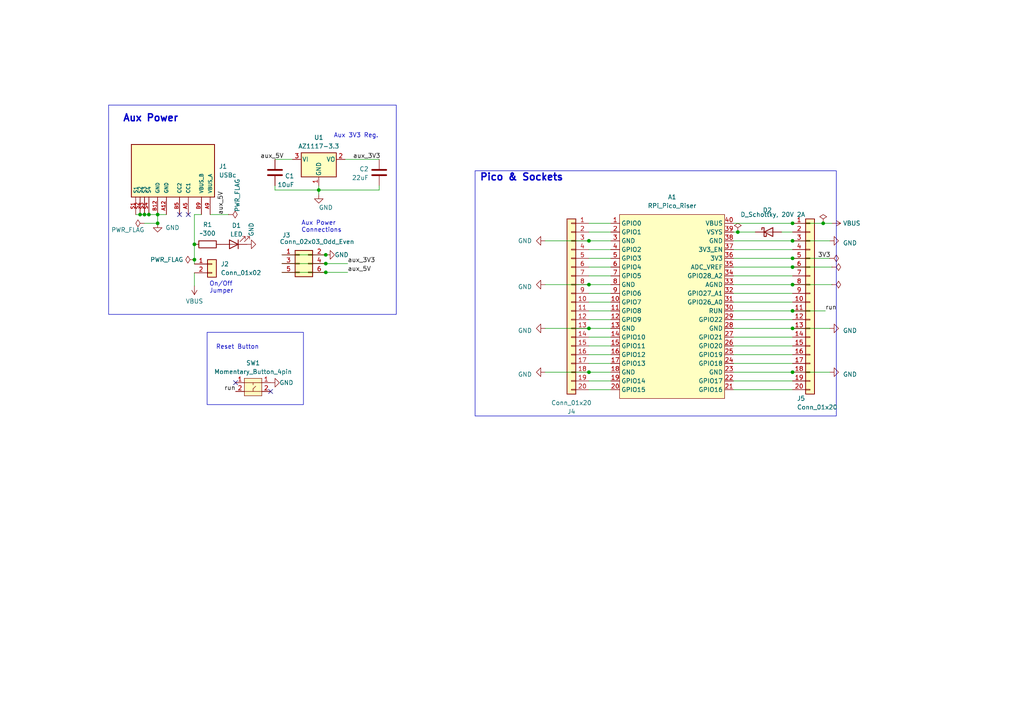
<source format=kicad_sch>
(kicad_sch (version 20230121) (generator eeschema)
  (paper "A4")
  (lib_symbols
    (symbol "0_Thomas_Symbols:Momentary_Button_4pin"
      (property "Reference" "SW" (at 0 -3.81 0))
      (property "Value" "Momentary_Button_4pin" (at 1.27 3.81 0))
      (symbol "Momentary_Button_4pin_0_1"
        (polyline (pts (xy 0 -0.508) (xy 0.762 0.254)))
      )
      (symbol "Momentary_Button_4pin_1_1"
        (rectangle (start -2.54 2.54) (end 2.54 -2.54) (fill (type background)))
        (polyline (pts (xy -2.54 1.27) (xy 2.54 1.27)))
        (polyline (pts (xy 0 0.635) (xy 0 1.27)))
        (polyline (pts (xy -2.54 -1.27) (xy 2.54 -1.27) (xy 0 -1.27) (xy 0 -0.508)))
        (pin passive line (at -5.08 1.27 0) (length 2.54) (name "") (number "1"))
        (pin passive line (at 5.08 1.27 180) (length 2.54) (name "") (number "1"))
        (pin passive line (at -5.08 -1.27 0) (length 2.54) (name "") (number "2"))
        (pin passive line (at 5.08 -1.27 180) (length 2.54) (name "") (number "2"))
      )
    )
    (symbol "0_Thomas_Symbols:RPi_Pico_Riser"
      (property "Reference" "A" (at 0 26.67 0))
      (property "Value" "RPi_Pico_Riser" (at 0 1.27 90))
      (symbol "RPi_Pico_Riser_0_1"
        (rectangle (start -13.97 25.4) (end 16.51 -27.94) (fill (type background)))
      )
      (symbol "RPi_Pico_Riser_1_1"
        (pin bidirectional line (at -16.51 22.86 0) (length 2.54) (name "GPIO0") (number "1"))
        (pin bidirectional line (at -16.51 0 0) (length 2.54) (name "GPIO7") (number "10"))
        (pin bidirectional line (at -16.51 -2.54 0) (length 2.54) (name "GPIO8") (number "11"))
        (pin bidirectional line (at -16.51 -5.08 0) (length 2.54) (name "GPIO9") (number "12"))
        (pin power_in line (at -16.51 -7.62 0) (length 2.54) (name "GND") (number "13"))
        (pin bidirectional line (at -16.51 -10.16 0) (length 2.54) (name "GPIO10") (number "14"))
        (pin bidirectional line (at -16.51 -12.7 0) (length 2.54) (name "GPIO11") (number "15"))
        (pin bidirectional line (at -16.51 -15.24 0) (length 2.54) (name "GPIO12") (number "16"))
        (pin bidirectional line (at -16.51 -17.78 0) (length 2.54) (name "GPIO13") (number "17"))
        (pin power_in line (at -16.51 -20.32 0) (length 2.54) (name "GND") (number "18"))
        (pin bidirectional line (at -16.51 -22.86 0) (length 2.54) (name "GPIO14") (number "19"))
        (pin bidirectional line (at -16.51 20.32 0) (length 2.54) (name "GPIO1") (number "2"))
        (pin bidirectional line (at -16.51 -25.4 0) (length 2.54) (name "GPIO15") (number "20"))
        (pin bidirectional line (at 19.05 -25.4 180) (length 2.54) (name "GPIO16") (number "21"))
        (pin bidirectional line (at 19.05 -22.86 180) (length 2.54) (name "GPIO17") (number "22"))
        (pin power_in line (at 19.05 -20.32 180) (length 2.54) (name "GND") (number "23"))
        (pin bidirectional line (at 19.05 -17.78 180) (length 2.54) (name "GPIO18") (number "24"))
        (pin bidirectional line (at 19.05 -15.24 180) (length 2.54) (name "GPIO19") (number "25"))
        (pin bidirectional line (at 19.05 -12.7 180) (length 2.54) (name "GPIO20") (number "26"))
        (pin bidirectional line (at 19.05 -10.16 180) (length 2.54) (name "GPIO21") (number "27"))
        (pin power_in line (at 19.05 -7.62 180) (length 2.54) (name "GND") (number "28"))
        (pin bidirectional line (at 19.05 -5.08 180) (length 2.54) (name "GPIO22") (number "29"))
        (pin power_in line (at -16.51 17.78 0) (length 2.54) (name "GND") (number "3"))
        (pin input line (at 19.05 -2.54 180) (length 2.54) (name "RUN") (number "30"))
        (pin bidirectional line (at 19.05 0 180) (length 2.54) (name "GPIO26_A0") (number "31"))
        (pin bidirectional line (at 19.05 2.54 180) (length 2.54) (name "GPIO27_A1") (number "32"))
        (pin power_in line (at 19.05 5.08 180) (length 2.54) (name "AGND") (number "33"))
        (pin bidirectional line (at 19.05 7.62 180) (length 2.54) (name "GPIO28_A2") (number "34"))
        (pin power_in line (at 19.05 10.16 180) (length 2.54) (name "ADC_VREF") (number "35"))
        (pin power_in line (at 19.05 12.7 180) (length 2.54) (name "3V3") (number "36"))
        (pin input line (at 19.05 15.24 180) (length 2.54) (name "3V3_EN") (number "37"))
        (pin power_in line (at 19.05 17.78 180) (length 2.54) (name "GND") (number "38"))
        (pin power_in line (at 19.05 20.32 180) (length 2.54) (name "VSYS") (number "39"))
        (pin bidirectional line (at -16.51 15.24 0) (length 2.54) (name "GPIO2") (number "4"))
        (pin power_in line (at 19.05 22.86 180) (length 2.54) (name "VBUS") (number "40"))
        (pin bidirectional line (at -16.51 12.7 0) (length 2.54) (name "GPIO3") (number "5"))
        (pin bidirectional line (at -16.51 10.16 0) (length 2.54) (name "GPIO4") (number "6"))
        (pin bidirectional line (at -16.51 7.62 0) (length 2.54) (name "GPIO5") (number "7"))
        (pin power_in line (at -16.51 5.08 0) (length 2.54) (name "GND") (number "8"))
        (pin bidirectional line (at -16.51 2.54 0) (length 2.54) (name "GPIO6") (number "9"))
      )
    )
    (symbol "0_Thomas_Symbols:USB C Socket- 6 pin" (pin_names (offset 1.016))
      (property "Reference" "J" (at -8.89 -1.27 90))
      (property "Value" "USBc" (at -6.35 -11.43 90))
      (symbol "USB C Socket- 6 pin_0_0"
        (rectangle (start -7.62 10.16) (end 7.62 -13.97) (stroke (width 0.254)) (fill (type background)))
        (pin power_in line (at 12.7 -3.81 180) (length 5.08) (name "GND") (number "A12"))
        (pin passive line (at 12.7 2.54 180) (length 5.08) (name "CC1") (number "A5"))
        (pin power_in line (at 12.7 -6.35 180) (length 5.08) (name "GND") (number "B12"))
        (pin passive line (at 12.7 0 180) (length 5.08) (name "CC2") (number "B5"))
      )
      (symbol "USB C Socket- 6 pin_1_0"
        (pin power_in line (at 12.7 8.89 180) (length 5.08) (name "VBUS_A") (number "A9"))
        (pin power_in line (at 12.7 6.35 180) (length 5.08) (name "VBUS_B") (number "B9"))
        (pin power_in line (at 12.7 -12.7 180) (length 5.08) (name "S1") (number "S1"))
        (pin power_in line (at 12.7 -11.43 180) (length 5.08) (name "S2") (number "S2"))
        (pin power_in line (at 12.7 -10.16 180) (length 5.08) (name "S3") (number "S3"))
        (pin power_in line (at 12.7 -8.89 180) (length 5.08) (name "S4") (number "S4"))
      )
    )
    (symbol "Connector_Generic:Conn_01x02" (pin_names (offset 1.016) hide)
      (property "Reference" "J" (at 0 2.54 0))
      (property "Value" "Conn_01x02" (at 0 -5.08 0))
      (symbol "Conn_01x02_1_1"
        (rectangle (start -1.27 -2.413) (end 0 -2.667) (stroke (width 0.1524)))
        (rectangle (start -1.27 0.127) (end 0 -0.127) (stroke (width 0.1524)))
        (rectangle (start -1.27 1.27) (end 1.27 -3.81) (stroke (width 0.254)) (fill (type background)))
        (pin passive line (at -5.08 0 0) (length 3.81) (name "Pin_1") (number "1"))
        (pin passive line (at -5.08 -2.54 0) (length 3.81) (name "Pin_2") (number "2"))
      )
    )
    (symbol "Connector_Generic:Conn_01x20" (pin_names (offset 1.016) hide)
      (property "Reference" "J" (at 0 25.4 0))
      (property "Value" "Conn_01x20" (at 0 -27.94 0))
      (symbol "Conn_01x20_1_1"
        (rectangle (start -1.27 -25.273) (end 0 -25.527) (stroke (width 0.1524)))
        (rectangle (start -1.27 -22.733) (end 0 -22.987) (stroke (width 0.1524)))
        (rectangle (start -1.27 -20.193) (end 0 -20.447) (stroke (width 0.1524)))
        (rectangle (start -1.27 -17.653) (end 0 -17.907) (stroke (width 0.1524)))
        (rectangle (start -1.27 -15.113) (end 0 -15.367) (stroke (width 0.1524)))
        (rectangle (start -1.27 -12.573) (end 0 -12.827) (stroke (width 0.1524)))
        (rectangle (start -1.27 -10.033) (end 0 -10.287) (stroke (width 0.1524)))
        (rectangle (start -1.27 -7.493) (end 0 -7.747) (stroke (width 0.1524)))
        (rectangle (start -1.27 -4.953) (end 0 -5.207) (stroke (width 0.1524)))
        (rectangle (start -1.27 -2.413) (end 0 -2.667) (stroke (width 0.1524)))
        (rectangle (start -1.27 0.127) (end 0 -0.127) (stroke (width 0.1524)))
        (rectangle (start -1.27 2.667) (end 0 2.413) (stroke (width 0.1524)))
        (rectangle (start -1.27 5.207) (end 0 4.953) (stroke (width 0.1524)))
        (rectangle (start -1.27 7.747) (end 0 7.493) (stroke (width 0.1524)))
        (rectangle (start -1.27 10.287) (end 0 10.033) (stroke (width 0.1524)))
        (rectangle (start -1.27 12.827) (end 0 12.573) (stroke (width 0.1524)))
        (rectangle (start -1.27 15.367) (end 0 15.113) (stroke (width 0.1524)))
        (rectangle (start -1.27 17.907) (end 0 17.653) (stroke (width 0.1524)))
        (rectangle (start -1.27 20.447) (end 0 20.193) (stroke (width 0.1524)))
        (rectangle (start -1.27 22.987) (end 0 22.733) (stroke (width 0.1524)))
        (rectangle (start -1.27 24.13) (end 1.27 -26.67) (stroke (width 0.254)) (fill (type background)))
        (pin passive line (at -5.08 22.86 0) (length 3.81) (name "Pin_1") (number "1"))
        (pin passive line (at -5.08 0 0) (length 3.81) (name "Pin_10") (number "10"))
        (pin passive line (at -5.08 -2.54 0) (length 3.81) (name "Pin_11") (number "11"))
        (pin passive line (at -5.08 -5.08 0) (length 3.81) (name "Pin_12") (number "12"))
        (pin passive line (at -5.08 -7.62 0) (length 3.81) (name "Pin_13") (number "13"))
        (pin passive line (at -5.08 -10.16 0) (length 3.81) (name "Pin_14") (number "14"))
        (pin passive line (at -5.08 -12.7 0) (length 3.81) (name "Pin_15") (number "15"))
        (pin passive line (at -5.08 -15.24 0) (length 3.81) (name "Pin_16") (number "16"))
        (pin passive line (at -5.08 -17.78 0) (length 3.81) (name "Pin_17") (number "17"))
        (pin passive line (at -5.08 -20.32 0) (length 3.81) (name "Pin_18") (number "18"))
        (pin passive line (at -5.08 -22.86 0) (length 3.81) (name "Pin_19") (number "19"))
        (pin passive line (at -5.08 20.32 0) (length 3.81) (name "Pin_2") (number "2"))
        (pin passive line (at -5.08 -25.4 0) (length 3.81) (name "Pin_20") (number "20"))
        (pin passive line (at -5.08 17.78 0) (length 3.81) (name "Pin_3") (number "3"))
        (pin passive line (at -5.08 15.24 0) (length 3.81) (name "Pin_4") (number "4"))
        (pin passive line (at -5.08 12.7 0) (length 3.81) (name "Pin_5") (number "5"))
        (pin passive line (at -5.08 10.16 0) (length 3.81) (name "Pin_6") (number "6"))
        (pin passive line (at -5.08 7.62 0) (length 3.81) (name "Pin_7") (number "7"))
        (pin passive line (at -5.08 5.08 0) (length 3.81) (name "Pin_8") (number "8"))
        (pin passive line (at -5.08 2.54 0) (length 3.81) (name "Pin_9") (number "9"))
      )
    )
    (symbol "Connector_Generic:Conn_02x03_Odd_Even" (pin_names (offset 1.016) hide)
      (property "Reference" "J" (at 1.27 5.08 0))
      (property "Value" "Conn_02x03_Odd_Even" (at 1.27 -5.08 0))
      (symbol "Conn_02x03_Odd_Even_1_1"
        (rectangle (start -1.27 -2.413) (end 0 -2.667) (stroke (width 0.1524)))
        (rectangle (start -1.27 0.127) (end 0 -0.127) (stroke (width 0.1524)))
        (rectangle (start -1.27 2.667) (end 0 2.413) (stroke (width 0.1524)))
        (rectangle (start -1.27 3.81) (end 3.81 -3.81) (stroke (width 0.254)) (fill (type background)))
        (rectangle (start 3.81 -2.413) (end 2.54 -2.667) (stroke (width 0.1524)))
        (rectangle (start 3.81 0.127) (end 2.54 -0.127) (stroke (width 0.1524)))
        (rectangle (start 3.81 2.667) (end 2.54 2.413) (stroke (width 0.1524)))
        (pin passive line (at -5.08 2.54 0) (length 3.81) (name "Pin_1") (number "1"))
        (pin passive line (at 7.62 2.54 180) (length 3.81) (name "Pin_2") (number "2"))
        (pin passive line (at -5.08 0 0) (length 3.81) (name "Pin_3") (number "3"))
        (pin passive line (at 7.62 0 180) (length 3.81) (name "Pin_4") (number "4"))
        (pin passive line (at -5.08 -2.54 0) (length 3.81) (name "Pin_5") (number "5"))
        (pin passive line (at 7.62 -2.54 180) (length 3.81) (name "Pin_6") (number "6"))
      )
    )
    (symbol "Device:C" (pin_numbers hide) (pin_names (offset 0.254))
      (property "Reference" "C" (at 0.635 2.54 0))
      (property "Value" "C" (at 0.635 -2.54 0))
      (symbol "C_0_1"
        (polyline (pts (xy -2.032 -0.762) (xy 2.032 -0.762)) (stroke (width 0.508)))
        (polyline (pts (xy -2.032 0.762) (xy 2.032 0.762)) (stroke (width 0.508)))
      )
      (symbol "C_1_1"
        (pin passive line (at 0 3.81 270) (length 2.794) (name "~") (number "1"))
        (pin passive line (at 0 -3.81 90) (length 2.794) (name "~") (number "2"))
      )
    )
    (symbol "Device:D_Schottky" (pin_numbers hide) (pin_names (offset 1.016) hide)
      (property "Reference" "D" (at 0 2.54 0))
      (property "Value" "D_Schottky" (at 0 -2.54 0))
      (symbol "D_Schottky_0_1"
        (polyline (pts (xy 1.27 0) (xy -1.27 0)))
        (polyline (pts (xy 1.27 1.27) (xy 1.27 -1.27) (xy -1.27 0) (xy 1.27 1.27)) (stroke (width 0.254)))
        (polyline (pts (xy -1.905 0.635) (xy -1.905 1.27) (xy -1.27 1.27) (xy -1.27 -1.27) (xy -0.635 -1.27) (xy -0.635 -0.635)) (stroke (width 0.254)))
      )
      (symbol "D_Schottky_1_1"
        (pin passive line (at -3.81 0 0) (length 2.54) (name "K") (number "1"))
        (pin passive line (at 3.81 0 180) (length 2.54) (name "A") (number "2"))
      )
    )
    (symbol "Device:LED" (pin_numbers hide) (pin_names (offset 1.016) hide)
      (property "Reference" "D" (at 0 2.54 0))
      (property "Value" "LED" (at 0 -2.54 0))
      (symbol "LED_0_1"
        (polyline (pts (xy -1.27 -1.27) (xy -1.27 1.27)) (stroke (width 0.254)))
        (polyline (pts (xy -1.27 0) (xy 1.27 0)))
        (polyline (pts (xy 1.27 -1.27) (xy 1.27 1.27) (xy -1.27 0) (xy 1.27 -1.27)) (stroke (width 0.254)))
        (polyline (pts (xy -3.048 -0.762) (xy -4.572 -2.286) (xy -3.81 -2.286) (xy -4.572 -2.286) (xy -4.572 -1.524)))
        (polyline (pts (xy -1.778 -0.762) (xy -3.302 -2.286) (xy -2.54 -2.286) (xy -3.302 -2.286) (xy -3.302 -1.524)))
      )
      (symbol "LED_1_1"
        (pin passive line (at -3.81 0 0) (length 2.54) (name "K") (number "1"))
        (pin passive line (at 3.81 0 180) (length 2.54) (name "A") (number "2"))
      )
    )
    (symbol "Device:R" (pin_numbers hide) (pin_names (offset 0))
      (property "Reference" "R" (at 2.032 0 90))
      (property "Value" "R" (at 0 0 90))
      (symbol "R_0_1"
        (rectangle (start -1.016 -2.54) (end 1.016 2.54) (stroke (width 0.254)))
      )
      (symbol "R_1_1"
        (pin passive line (at 0 3.81 270) (length 1.27) (name "~") (number "1"))
        (pin passive line (at 0 -3.81 90) (length 1.27) (name "~") (number "2"))
      )
    )
    (symbol "Regulator_Linear:AZ1117-3.3" (pin_names (offset 0.254))
      (property "Reference" "U" (at -3.81 3.175 0))
      (property "Value" "AZ1117-3.3" (at 0 3.175 0))
      (symbol "AZ1117-3.3_0_1"
        (rectangle (start -5.08 1.905) (end 5.08 -5.08) (stroke (width 0.254)) (fill (type background)))
      )
      (symbol "AZ1117-3.3_1_1"
        (pin power_in line (at 0 -7.62 90) (length 2.54) (name "GND") (number "1"))
        (pin power_out line (at 7.62 0 180) (length 2.54) (name "VO") (number "2"))
        (pin power_in line (at -7.62 0 0) (length 2.54) (name "VI") (number "3"))
      )
    )
    (symbol "power:GND" (power) (pin_names (offset 0))
      (property "Value" "GND" (at 0 -3.81 0))
      (symbol "GND_0_1"
        (polyline (pts (xy 0 0) (xy 0 -1.27) (xy 1.27 -1.27) (xy 0 -2.54) (xy -1.27 -1.27) (xy 0 -1.27)))
      )
      (symbol "GND_1_1"
        (pin power_in line (at 0 0 270) (length 0) hide (name "GND") (number "1"))
      )
    )
    (symbol "power:PWR_FLAG" (power) (pin_numbers hide) (pin_names (offset 0) hide)
      (property "Value" "PWR_FLAG" (at 0 3.81 0))
      (symbol "PWR_FLAG_0_0"
        (pin power_out line (at 0 0 90) (length 0) (name "pwr") (number "1"))
      )
      (symbol "PWR_FLAG_0_1"
        (polyline (pts (xy 0 0) (xy 0 1.27) (xy -1.016 1.905) (xy 0 2.54) (xy 1.016 1.905) (xy 0 1.27)))
      )
    )
    (symbol "power:VBUS" (power) (pin_names (offset 0))
      (property "Value" "VBUS" (at 0 3.81 0))
      (symbol "VBUS_0_1"
        (polyline (pts (xy -0.762 1.27) (xy 0 2.54)))
        (polyline (pts (xy 0 0) (xy 0 2.54)))
        (polyline (pts (xy 0 2.54) (xy 0.762 1.27)))
      )
      (symbol "VBUS_1_1"
        (pin power_in line (at 0 0 90) (length 0) hide (name "VBUS") (number "1"))
      )
    )
  )
  (junction (at 229.87 107.95))
  (junction (at 45.72 64.77))
  (junction (at 56.388 75.311))
  (junction (at 41.91 62.23))
  (junction (at 43.18 62.23))
  (junction (at 45.72 62.23))
  (junction (at 170.815 82.55))
  (junction (at 40.64 62.23))
  (junction (at 92.456 55.118))
  (junction (at 94.488 73.914))
  (junction (at 229.87 64.77))
  (junction (at 94.488 78.994))
  (junction (at 170.815 107.95))
  (junction (at 170.815 69.85))
  (junction (at 229.87 74.93))
  (junction (at 229.87 69.85))
  (junction (at 229.87 77.47))
  (junction (at 170.815 95.25))
  (junction (at 213.995 67.31))
  (junction (at 229.87 95.25))
  (junction (at 238.76 64.77))
  (junction (at 56.388 70.866))
  (junction (at 229.87 90.17))
  (junction (at 229.87 82.55))
  (junction (at 94.488 76.454))
  (no_connect (at 68.326 110.998))
  (no_connect (at 52.07 62.23))
  (no_connect (at 78.486 113.538))
  (no_connect (at 54.61 62.23))
  (wire (pts (xy 212.725 87.63) (xy 229.87 87.63)))
  (wire (pts (xy 170.815 92.71) (xy 177.165 92.71)))
  (wire (pts (xy 48.26 62.23) (xy 45.72 62.23)))
  (wire (pts (xy 92.456 56.388) (xy 92.456 55.118)))
  (wire (pts (xy 81.788 73.914) (xy 94.488 73.914)))
  (wire (pts (xy 229.87 95.25) (xy 240.665 95.25)))
  (wire (pts (xy 40.64 62.23) (xy 41.91 62.23)))
  (wire (pts (xy 170.815 64.77) (xy 177.165 64.77)))
  (wire (pts (xy 212.725 92.71) (xy 229.87 92.71)))
  (wire (pts (xy 229.87 69.85) (xy 240.665 69.85)))
  (wire (pts (xy 92.456 55.118) (xy 109.982 55.118)))
  (wire (pts (xy 158.115 82.55) (xy 170.815 82.55)))
  (wire (pts (xy 212.725 77.47) (xy 229.87 77.47)))
  (wire (pts (xy 212.725 90.17) (xy 229.87 90.17)))
  (wire (pts (xy 238.76 64.77) (xy 241.3 64.77)))
  (wire (pts (xy 56.388 79.121) (xy 56.388 82.931)))
  (wire (pts (xy 212.725 82.55) (xy 229.87 82.55)))
  (wire (pts (xy 170.815 95.25) (xy 177.165 95.25)))
  (wire (pts (xy 212.725 85.09) (xy 229.87 85.09)))
  (wire (pts (xy 158.115 107.95) (xy 170.815 107.95)))
  (wire (pts (xy 81.788 76.454) (xy 94.488 76.454)))
  (wire (pts (xy 212.725 69.85) (xy 229.87 69.85)))
  (wire (pts (xy 229.87 90.17) (xy 239.395 90.17)))
  (wire (pts (xy 56.388 75.311) (xy 56.388 76.581)))
  (wire (pts (xy 170.815 85.09) (xy 177.165 85.09)))
  (wire (pts (xy 92.456 55.118) (xy 79.756 55.118)))
  (wire (pts (xy 56.388 62.23) (xy 58.42 62.23)))
  (wire (pts (xy 170.815 69.85) (xy 177.165 69.85)))
  (wire (pts (xy 170.815 90.17) (xy 177.165 90.17)))
  (wire (pts (xy 79.756 55.118) (xy 79.756 53.848)))
  (wire (pts (xy 170.815 113.03) (xy 177.165 113.03)))
  (wire (pts (xy 212.725 102.87) (xy 229.87 102.87)))
  (wire (pts (xy 170.815 72.39) (xy 177.165 72.39)))
  (wire (pts (xy 56.388 70.866) (xy 56.388 75.311)))
  (wire (pts (xy 158.115 69.85) (xy 170.815 69.85)))
  (wire (pts (xy 212.725 110.49) (xy 229.87 110.49)))
  (wire (pts (xy 170.815 102.87) (xy 177.165 102.87)))
  (wire (pts (xy 56.388 70.866) (xy 56.388 62.23)))
  (wire (pts (xy 226.695 67.31) (xy 229.87 67.31)))
  (wire (pts (xy 81.788 78.994) (xy 94.488 78.994)))
  (wire (pts (xy 170.815 87.63) (xy 177.165 87.63)))
  (wire (pts (xy 170.815 74.93) (xy 177.165 74.93)))
  (wire (pts (xy 170.815 67.31) (xy 177.165 67.31)))
  (wire (pts (xy 212.725 80.01) (xy 229.87 80.01)))
  (wire (pts (xy 94.488 78.994) (xy 100.838 78.994)))
  (wire (pts (xy 212.725 67.31) (xy 213.995 67.31)))
  (wire (pts (xy 212.725 74.93) (xy 229.87 74.93)))
  (wire (pts (xy 170.815 110.49) (xy 177.165 110.49)))
  (wire (pts (xy 60.96 62.23) (xy 66.294 62.23)))
  (wire (pts (xy 229.87 74.93) (xy 240.665 74.93)))
  (wire (pts (xy 212.725 113.03) (xy 229.87 113.03)))
  (wire (pts (xy 213.995 67.31) (xy 219.075 67.31)))
  (wire (pts (xy 229.87 107.95) (xy 240.665 107.95)))
  (wire (pts (xy 100.076 46.228) (xy 109.982 46.228)))
  (wire (pts (xy 158.115 95.25) (xy 170.815 95.25)))
  (wire (pts (xy 84.836 46.228) (xy 79.756 46.228)))
  (wire (pts (xy 170.815 105.41) (xy 177.165 105.41)))
  (wire (pts (xy 170.815 80.01) (xy 177.165 80.01)))
  (wire (pts (xy 41.91 64.77) (xy 45.72 64.77)))
  (wire (pts (xy 39.37 62.23) (xy 40.64 62.23)))
  (wire (pts (xy 170.815 77.47) (xy 177.165 77.47)))
  (wire (pts (xy 170.815 97.79) (xy 177.165 97.79)))
  (wire (pts (xy 229.87 64.77) (xy 238.76 64.77)))
  (wire (pts (xy 170.815 100.33) (xy 177.165 100.33)))
  (wire (pts (xy 212.725 95.25) (xy 229.87 95.25)))
  (wire (pts (xy 43.18 62.23) (xy 45.72 62.23)))
  (wire (pts (xy 170.815 107.95) (xy 177.165 107.95)))
  (wire (pts (xy 212.725 107.95) (xy 229.87 107.95)))
  (wire (pts (xy 41.91 62.23) (xy 43.18 62.23)))
  (wire (pts (xy 229.87 82.55) (xy 241.3 82.55)))
  (wire (pts (xy 229.87 77.47) (xy 241.3 77.47)))
  (wire (pts (xy 92.456 55.118) (xy 92.456 53.848)))
  (wire (pts (xy 212.725 72.39) (xy 229.87 72.39)))
  (wire (pts (xy 212.725 97.79) (xy 229.87 97.79)))
  (wire (pts (xy 170.815 82.55) (xy 177.165 82.55)))
  (wire (pts (xy 109.982 53.848) (xy 109.982 55.118)))
  (wire (pts (xy 212.725 64.77) (xy 229.87 64.77)))
  (wire (pts (xy 212.725 100.33) (xy 229.87 100.33)))
  (wire (pts (xy 45.72 62.23) (xy 45.72 64.77)))
  (wire (pts (xy 212.725 105.41) (xy 229.87 105.41)))
  (wire (pts (xy 100.838 76.454) (xy 94.488 76.454)))
  (rectangle (start 60.071 96.393) (end 88.011 117.348))
  (rectangle (start 137.795 49.53) (end 242.57 120.65))
  (rectangle (start 31.496 30.48) (end 114.935 91.186))
  (text "Pico & Sockets" (at 139.065 52.705 0) (effects (font (size 2.032 2.032) (thickness 0.4064) bold) (justify left bottom)))
  (text "Aux Power" (at 35.56 35.56 0) (effects (font (size 2.032 2.032) (thickness 0.4064) bold) (justify left bottom)))
  (text "On/Off\nJumper" (at 60.706 85.217 0) (effects (font (size 1.27 1.27)) (justify left bottom)))
  (text "Aux 3V3 Reg." (at 96.774 40.132 0) (effects (font (size 1.27 1.27)) (justify left bottom)))
  (text "Reset Button" (at 62.611 101.473 0) (effects (font (size 1.27 1.27)) (justify left bottom)))
  (text "Aux Power\nConnections" (at 87.376 67.564 0) (effects (font (size 1.27 1.27)) (justify left bottom)))
  (label "3V3" (at 237.2046 74.93 0))
  (label "aux_5V" (at 100.838 78.994 0))
  (label "aux_5V" (at 82.296 46.228 180))
  (label "aux_5V" (at 65.024 62.23 90))
  (label "aux_3V3" (at 100.838 76.454 0))
  (label "run" (at 239.395 90.17 0))
  (label "run" (at 68.326 113.538 180))
  (label "aux_3V3" (at 102.362 46.228 0))
  (symbol (lib_id "power:GND") (at 240.665 107.95 90) (unit 1)
    (property "Reference" "#PWR013" (effects hide))
    (property "Value" "GND" (at 244.475 108.585 90) (effects (justify right)))
  )
  (symbol (lib_id "power:VBUS") (at 56.388 82.931 180) (unit 1)
    (property "Reference" "#PWR02" (effects hide))
    (property "Value" "VBUS" (at 56.388 87.376 0))
  )
  (symbol (lib_id "Connector_Generic:Conn_01x20") (at 165.735 87.63 0) (mirror y) (unit 1)
    (property "Reference" "J4" (at 165.735 119.38 0))
    (property "Value" "Conn_01x20" (at 165.735 116.84 0))
    (property "Footprint" "Connector_PinSocket_2.54mm:PinSocket_1x20_P2.54mm_Vertical" (effects hide))
  )
  (symbol (lib_id "power:GND") (at 78.486 110.998 90) (unit 1)
    (property "Reference" "#PWR04" (effects hide))
    (property "Value" "GND" (at 81.026 110.998 90) (effects (justify right)))
  )
  (symbol (lib_id "Connector_Generic:Conn_02x03_Odd_Even") (at 86.868 76.454 0) (unit 1)
    (property "Reference" "J3" (at 83.058 68.199 0))
    (property "Value" "Conn_02x03_Odd_Even" (at 91.948 70.104 0))
    (property "Footprint" "Connector_PinSocket_2.54mm:PinSocket_2x03_P2.54mm_Vertical" (effects hide))
  )
  (symbol (lib_id "Device:C") (at 109.982 50.038 180) (unit 1)
    (property "Reference" "C2" (at 106.934 49.022 0) (effects (justify left)))
    (property "Value" "22uF" (at 106.934 51.562 0) (effects (justify left)))
    (property "Footprint" "Capacitor_SMD:C_0805_2012Metric_Pad1.18x1.45mm_HandSolder" (effects hide))
  )
  (symbol (lib_id "power:GND") (at 92.456 56.388 0) (mirror y) (unit 1)
    (property "Reference" "#PWR05" (effects hide))
    (property "Value" "GND" (at 92.456 60.198 0) (effects (justify right)))
  )
  (symbol (lib_id "power:PWR_FLAG") (at 213.995 67.31 0) (unit 1)
    (property "Reference" "#FLG04" (effects hide))
    (property "Value" "PWR_FLAG" (effects hide))
  )
  (symbol (lib_id "Regulator_Linear:AZ1117-3.3") (at 92.456 46.228 0) (unit 1)
    (property "Reference" "U1" (at 92.456 39.878 0))
    (property "Value" "AZ1117-3.3" (at 92.456 42.418 0))
    (property "Footprint" "Package_TO_SOT_SMD:SOT-223-3_TabPin2" (effects hide))
    (property "Datasheet" "https://www.diodes.com/assets/Datasheets/AZ1117.pdf" (effects hide))
  )
  (symbol (lib_id "Device:D_Schottky") (at 222.885 67.31 0) (unit 1)
    (property "Reference" "D2" (at 222.5675 60.96 0))
    (property "Value" "D_Schottky, 20V 2A" (at 224.155 62.23 0))
    (property "Footprint" "Diode_SMD:D_SOD-123F" (effects hide))
    (property "Datasheet" "https://assets.nexperia.com/documents/data-sheet/PMEG2020EH.pdf" (effects hide))
  )
  (symbol (lib_id "0_Thomas_Symbols:Momentary_Button_4pin") (at 73.406 112.268 0) (unit 1)
    (property "Reference" "SW1" (at 73.406 105.283 0))
    (property "Value" "Momentary_Button_4pin" (at 73.406 107.823 0))
    (property "Footprint" "Button_Switch_THT:SW_PUSH_6mm" (effects hide))
  )
  (symbol (lib_id "power:GND") (at 158.115 69.85 270) (unit 1)
    (property "Reference" "#PWR07" (effects hide))
    (property "Value" "GND" (at 154.305 69.85 90) (effects (justify right)))
  )
  (symbol (lib_id "power:PWR_FLAG") (at 241.3 77.47 270) (unit 1)
    (property "Reference" "#FLG07" (effects hide))
    (property "Value" "PWR_FLAG" (effects hide))
  )
  (symbol (lib_id "power:GND") (at 240.665 95.25 90) (unit 1)
    (property "Reference" "#PWR012" (effects hide))
    (property "Value" "GND" (at 244.475 95.885 90) (effects (justify right)))
  )
  (symbol (lib_id "Device:LED") (at 67.818 70.866 180) (unit 1)
    (property "Reference" "D1" (at 68.58 65.405 0))
    (property "Value" "LED" (at 68.58 67.945 0))
    (property "Footprint" "LED_SMD:LED_0805_2012Metric_Pad1.15x1.40mm_HandSolder" (effects hide))
  )
  (symbol (lib_id "power:PWR_FLAG") (at 238.76 64.77 0) (unit 1)
    (property "Reference" "#FLG05" (effects hide))
    (property "Value" "PWR_FLAG" (effects hide))
  )
  (symbol (lib_id "power:PWR_FLAG") (at 66.294 62.23 270) (unit 1)
    (property "Reference" "#FLG03" (effects hide))
    (property "Value" "PWR_FLAG" (at 68.834 51.816 0) (effects (justify left)))
  )
  (symbol (lib_id "Device:R") (at 60.198 70.866 90) (unit 1)
    (property "Reference" "R1" (at 60.198 65.151 90))
    (property "Value" "~300" (at 60.198 67.691 90))
    (property "Footprint" "Resistor_SMD:R_0805_2012Metric_Pad1.20x1.40mm_HandSolder" (effects hide))
  )
  (symbol (lib_id "power:GND") (at 158.115 95.25 270) (unit 1)
    (property "Reference" "#PWR09" (effects hide))
    (property "Value" "GND" (at 154.305 95.885 90) (effects (justify right)))
  )
  (symbol (lib_id "power:PWR_FLAG") (at 41.91 64.77 90) (unit 1)
    (property "Reference" "#FLG01" (effects hide))
    (property "Value" "PWR_FLAG" (at 41.91 66.675 90) (effects (justify left)))
  )
  (symbol (lib_id "0_Thomas_Symbols:USB C Socket- 6 pin") (at 52.07 49.53 270) (unit 1)
    (property "Reference" "J1" (at 63.5 48.26 90) (effects (justify left)))
    (property "Value" "USBc" (at 63.5 50.8 90) (effects (justify left)))
    (property "Footprint" "0_Thomas_Footprints:GCT_USB4125-GF-A_REVA2" (effects hide))
    (property "Datasheet" "https://www.digikey.ca/en/products/detail/gct/USB4125-GF-A/13547388" (effects hide))
    (property "MAXIMUM_PACKAGE_HEIGHT" "3.16 mm" (effects hide))
  )
  (symbol (lib_id "power:GND") (at 240.665 69.85 90) (unit 1)
    (property "Reference" "#PWR011" (effects hide))
    (property "Value" "GND" (at 244.475 70.485 90) (effects (justify right)))
  )
  (symbol (lib_id "power:PWR_FLAG") (at 56.388 75.311 90) (unit 1)
    (property "Reference" "#FLG02" (effects hide))
    (property "Value" "PWR_FLAG" (at 53.213 75.311 90) (effects (justify left)))
  )
  (symbol (lib_id "power:GND") (at 94.488 73.914 90) (unit 1)
    (property "Reference" "#PWR06" (effects hide))
    (property "Value" "GND" (at 97.028 73.914 90) (effects (justify right)))
  )
  (symbol (lib_id "power:GND") (at 158.115 107.95 270) (unit 1)
    (property "Reference" "#PWR010" (effects hide))
    (property "Value" "GND" (at 154.305 108.585 90) (effects (justify right)))
  )
  (symbol (lib_id "power:GND") (at 158.115 82.55 270) (unit 1)
    (property "Reference" "#PWR08" (effects hide))
    (property "Value" "GND" (at 154.305 83.185 90) (effects (justify right)))
  )
  (symbol (lib_id "Connector_Generic:Conn_01x20") (at 234.95 87.63 0) (unit 1)
    (property "Reference" "J5" (at 231.14 115.57 0) (effects (justify left)))
    (property "Value" "Conn_01x20" (at 231.14 118.11 0) (effects (justify left)))
    (property "Footprint" "Connector_PinSocket_2.54mm:PinSocket_1x20_P2.54mm_Vertical" (effects hide))
  )
  (symbol (lib_id "power:PWR_FLAG") (at 240.665 74.93 270) (unit 1)
    (property "Reference" "#FLG06" (effects hide))
    (property "Value" "PWR_FLAG" (effects hide))
  )
  (symbol (lib_id "Connector_Generic:Conn_01x02") (at 61.468 76.581 0) (unit 1)
    (property "Reference" "J2" (at 64.008 76.581 0) (effects (justify left)))
    (property "Value" "Conn_01x02" (at 64.008 79.121 0) (effects (justify left)))
    (property "Footprint" "Connector_PinHeader_2.54mm:PinHeader_1x02_P2.54mm_Vertical" (effects hide))
  )
  (symbol (lib_id "0_Thomas_Symbols:RPi_Pico_Riser") (at 193.675 87.63 0) (unit 1)
    (property "Reference" "A1" (at 194.945 57.15 0))
    (property "Value" "RPi_Pico_Riser" (at 194.945 59.69 0))
    (property "Footprint" "0_Thomas_Footprints:RPi_Pico Riser" (effects hide))
    (property "Datasheet" "https://www.raspberrypi.com/documentation/microcontrollers/raspberry-pi-pico.html#documentation" (effects hide))
  )
  (symbol (lib_id "Device:C") (at 79.756 50.038 180) (unit 1)
    (property "Reference" "C1" (at 85.344 51.054 0) (effects (justify left)))
    (property "Value" "10uF" (at 85.344 53.594 0) (effects (justify left)))
    (property "Footprint" "Capacitor_SMD:C_0805_2012Metric_Pad1.18x1.45mm_HandSolder" (effects hide))
  )
  (symbol (lib_id "power:GND") (at 45.72 64.77 0) (unit 1)
    (property "Reference" "#PWR01" (effects hide))
    (property "Value" "GND" (at 52.07 66.04 0) (effects (justify right)))
  )
  (symbol (lib_id "power:PWR_FLAG") (at 241.3 82.55 270) (unit 1)
    (property "Reference" "#FLG08" (effects hide))
    (property "Value" "PWR_FLAG" (effects hide))
  )
  (symbol (lib_id "power:VBUS") (at 241.3 64.77 270) (unit 1)
    (property "Reference" "#PWR014" (effects hide))
    (property "Value" "VBUS" (at 244.475 64.77 90) (effects (justify left)))
  )
  (symbol (lib_id "power:GND") (at 71.628 70.866 90) (unit 1)
    (property "Reference" "#PWR03" (effects hide))
    (property "Value" "GND" (at 72.898 64.516 0) (effects (justify right)))
  )
)
</source>
